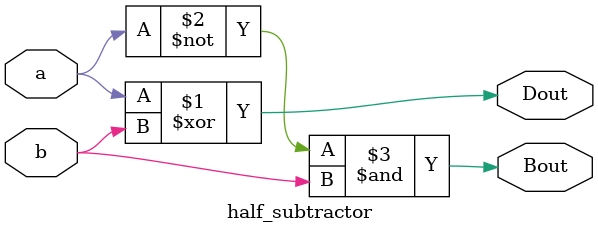
<source format=v>
`timescale 1ns / 1ps

//we will be implementing half subtractor design module
module half_subtractor(
    input a, b,    // taking two inputs a and b
    output Dout, Bout  //taking two outputs Difference and Borrow out
    );
    
    assign Dout = a^b; // Difference is a XOR b
    assign Bout = ~a&b; // Borrow Out is a AND b
    
endmodule 
</source>
